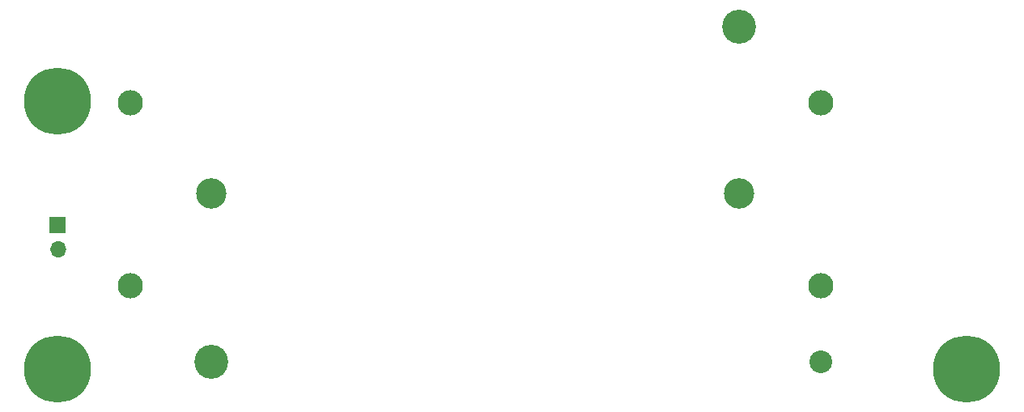
<source format=gbs>
G04 #@! TF.GenerationSoftware,KiCad,Pcbnew,(5.1.10)-1*
G04 #@! TF.CreationDate,2021-12-13T23:36:20+01:00*
G04 #@! TF.ProjectId,PowerLayer,506f7765-724c-4617-9965-722e6b696361,rev?*
G04 #@! TF.SameCoordinates,Original*
G04 #@! TF.FileFunction,Soldermask,Bot*
G04 #@! TF.FilePolarity,Negative*
%FSLAX46Y46*%
G04 Gerber Fmt 4.6, Leading zero omitted, Abs format (unit mm)*
G04 Created by KiCad (PCBNEW (5.1.10)-1) date 2021-12-13 23:36:20*
%MOMM*%
%LPD*%
G01*
G04 APERTURE LIST*
%ADD10C,7.000000*%
%ADD11C,2.380000*%
%ADD12C,3.550000*%
%ADD13C,3.180000*%
%ADD14C,2.640000*%
%ADD15O,1.700000X1.700000*%
%ADD16R,1.700000X1.700000*%
G04 APERTURE END LIST*
D10*
X152146000Y-152146000D03*
X57146000Y-152146000D03*
X57146000Y-124146000D03*
D11*
X136906000Y-151384000D03*
D12*
X128396000Y-116384000D03*
X73196000Y-151384000D03*
D13*
X128396000Y-133854000D03*
X73196000Y-133854000D03*
D14*
X136906000Y-124304000D03*
X136906000Y-143434000D03*
X64686000Y-124304000D03*
X64686000Y-143434000D03*
D15*
X57150000Y-139686000D03*
D16*
X57146000Y-137146000D03*
M02*

</source>
